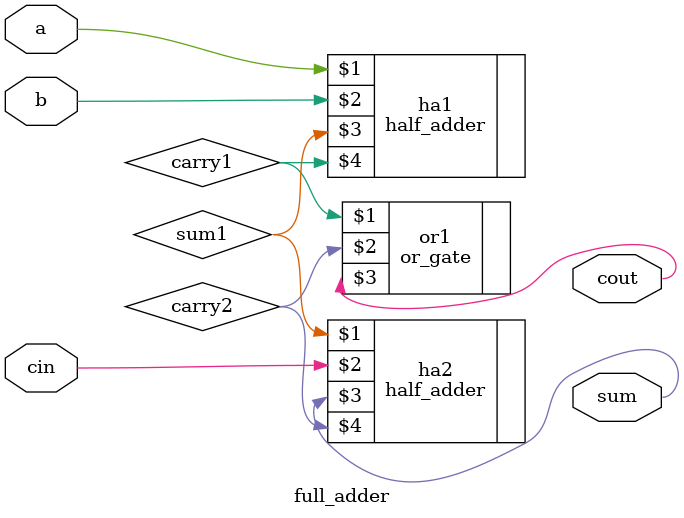
<source format=v>
`timescale 1ns / 1ps

module full_adder (
  input wire a,      // 入力 A
  input wire b,      // 入力 B
  input wire cin,    // 入力 Cin
  output wire sum,   // 出力 Sum
  output wire cout   // 出力 Cout
);
  wire sum1, carry1, carry2;

  half_adder ha1 (a, b, sum1, carry1);
  half_adder ha2 (sum1, cin, sum, carry2);
  or_gate or1 (carry1, carry2, cout);
endmodule
</source>
